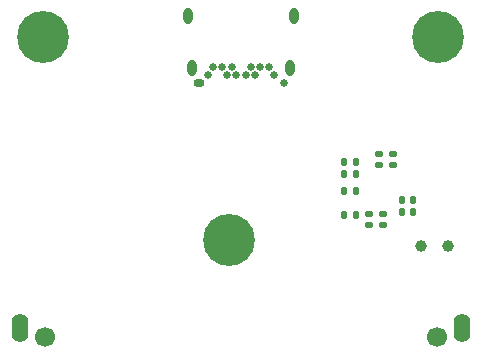
<source format=gbr>
%TF.GenerationSoftware,KiCad,Pcbnew,(6.0.4)*%
%TF.CreationDate,2022-07-06T17:36:52+08:00*%
%TF.ProjectId,JMS580_EVB,4a4d5335-3830-45f4-9556-422e6b696361,rev?*%
%TF.SameCoordinates,Original*%
%TF.FileFunction,Soldermask,Bot*%
%TF.FilePolarity,Negative*%
%FSLAX46Y46*%
G04 Gerber Fmt 4.6, Leading zero omitted, Abs format (unit mm)*
G04 Created by KiCad (PCBNEW (6.0.4)) date 2022-07-06 17:36:52*
%MOMM*%
%LPD*%
G01*
G04 APERTURE LIST*
G04 Aperture macros list*
%AMRoundRect*
0 Rectangle with rounded corners*
0 $1 Rounding radius*
0 $2 $3 $4 $5 $6 $7 $8 $9 X,Y pos of 4 corners*
0 Add a 4 corners polygon primitive as box body*
4,1,4,$2,$3,$4,$5,$6,$7,$8,$9,$2,$3,0*
0 Add four circle primitives for the rounded corners*
1,1,$1+$1,$2,$3*
1,1,$1+$1,$4,$5*
1,1,$1+$1,$6,$7*
1,1,$1+$1,$8,$9*
0 Add four rect primitives between the rounded corners*
20,1,$1+$1,$2,$3,$4,$5,0*
20,1,$1+$1,$4,$5,$6,$7,0*
20,1,$1+$1,$6,$7,$8,$9,0*
20,1,$1+$1,$8,$9,$2,$3,0*%
G04 Aperture macros list end*
%ADD10C,0.650000*%
%ADD11O,0.950000X0.650000*%
%ADD12O,0.800000X1.400000*%
%ADD13C,0.700000*%
%ADD14C,4.400000*%
%ADD15C,1.700000*%
%ADD16O,1.400000X2.400000*%
%ADD17C,1.000000*%
%ADD18RoundRect,0.140000X-0.140000X-0.170000X0.140000X-0.170000X0.140000X0.170000X-0.140000X0.170000X0*%
%ADD19RoundRect,0.140000X-0.170000X0.140000X-0.170000X-0.140000X0.170000X-0.140000X0.170000X0.140000X0*%
%ADD20RoundRect,0.140000X0.170000X-0.140000X0.170000X0.140000X-0.170000X0.140000X-0.170000X-0.140000X0*%
%ADD21RoundRect,0.140000X0.140000X0.170000X-0.140000X0.170000X-0.140000X-0.170000X0.140000X-0.170000X0*%
G04 APERTURE END LIST*
D10*
%TO.C,J2*%
X136934999Y-70045000D03*
D11*
X129734999Y-70045000D03*
D10*
X130534999Y-69395000D03*
X130934999Y-68695000D03*
X131734999Y-68695000D03*
X132134999Y-69395000D03*
X132534999Y-68695000D03*
X132934999Y-69395000D03*
X133734999Y-69395000D03*
X134134999Y-68695000D03*
X134534999Y-69395000D03*
X134934999Y-68695000D03*
X135734999Y-68695000D03*
X136134999Y-69395000D03*
D12*
X128844999Y-64405000D03*
X129204999Y-68795000D03*
X137824999Y-64405000D03*
X137464999Y-68795000D03*
%TD*%
D13*
%TO.C,H2*%
X116600000Y-64500000D03*
X116600000Y-67800000D03*
X118250000Y-66150000D03*
X115433274Y-64983274D03*
X117766726Y-67316726D03*
X117766726Y-64983274D03*
X115433274Y-67316726D03*
X114950000Y-66150000D03*
D14*
X116600000Y-66150000D03*
%TD*%
D13*
%TO.C,H3*%
X131133274Y-82163274D03*
X133950000Y-83330000D03*
X133466726Y-84496726D03*
X132300000Y-81680000D03*
X130650000Y-83330000D03*
X131133274Y-84496726D03*
X132300000Y-84980000D03*
X133466726Y-82163274D03*
D14*
X132300000Y-83330000D03*
%TD*%
D13*
%TO.C,H1*%
X150000000Y-67800000D03*
X148833274Y-67316726D03*
X148350000Y-66150000D03*
X148833274Y-64983274D03*
X151650000Y-66150000D03*
X151166726Y-67316726D03*
X151166726Y-64983274D03*
D14*
X150000000Y-66150000D03*
D13*
X150000000Y-64500000D03*
%TD*%
D15*
%TO.C,J1*%
X116709200Y-91611400D03*
X149899200Y-91611400D03*
D16*
X152014200Y-90851400D03*
X114594200Y-90851400D03*
%TD*%
D17*
%TO.C,TP1*%
X150870000Y-83870000D03*
%TD*%
D18*
%TO.C,C29*%
X142070000Y-81270000D03*
X143030000Y-81270000D03*
%TD*%
%TO.C,C2*%
X142080000Y-76770000D03*
X143040000Y-76770000D03*
%TD*%
D19*
%TO.C,C20*%
X144970000Y-76060000D03*
X144970000Y-77020000D03*
%TD*%
D17*
%TO.C,TP2*%
X148530000Y-83870000D03*
%TD*%
D20*
%TO.C,C25*%
X144164999Y-82080000D03*
X144164999Y-81120000D03*
%TD*%
D21*
%TO.C,C23*%
X147930000Y-79979999D03*
X146970000Y-79979999D03*
%TD*%
%TO.C,C21*%
X147930000Y-80960000D03*
X146970000Y-80960000D03*
%TD*%
D20*
%TO.C,C26*%
X145370000Y-82080000D03*
X145370000Y-81120000D03*
%TD*%
D19*
%TO.C,C22*%
X146170000Y-76060000D03*
X146170000Y-77020000D03*
%TD*%
D18*
%TO.C,C27*%
X142080000Y-77763000D03*
X143040000Y-77763000D03*
%TD*%
%TO.C,C28*%
X142080000Y-79250000D03*
X143040000Y-79250000D03*
%TD*%
M02*

</source>
